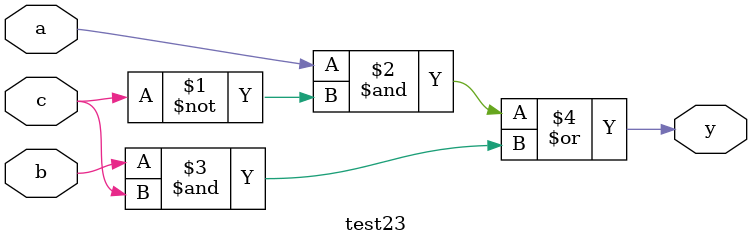
<source format=v>
module test23 (
  input   wire      a,
  input   wire      b,
  input   wire      c,

  output  wire      y
);

assign y = (a&(~c)) | (b&c);

endmodule
</source>
